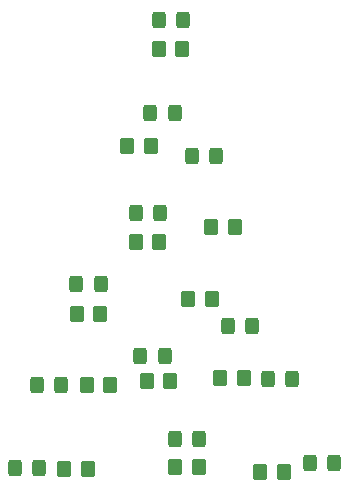
<source format=gtp>
G04 #@! TF.GenerationSoftware,KiCad,Pcbnew,(6.0.0)*
G04 #@! TF.CreationDate,2022-10-06T13:38:40+02:00*
G04 #@! TF.ProjectId,2.0,322e302e-6b69-4636-9164-5f7063625858,rev?*
G04 #@! TF.SameCoordinates,Original*
G04 #@! TF.FileFunction,Paste,Top*
G04 #@! TF.FilePolarity,Positive*
%FSLAX46Y46*%
G04 Gerber Fmt 4.6, Leading zero omitted, Abs format (unit mm)*
G04 Created by KiCad (PCBNEW (6.0.0)) date 2022-10-06 13:38:40*
%MOMM*%
%LPD*%
G01*
G04 APERTURE LIST*
G04 Aperture macros list*
%AMRoundRect*
0 Rectangle with rounded corners*
0 $1 Rounding radius*
0 $2 $3 $4 $5 $6 $7 $8 $9 X,Y pos of 4 corners*
0 Add a 4 corners polygon primitive as box body*
4,1,4,$2,$3,$4,$5,$6,$7,$8,$9,$2,$3,0*
0 Add four circle primitives for the rounded corners*
1,1,$1+$1,$2,$3*
1,1,$1+$1,$4,$5*
1,1,$1+$1,$6,$7*
1,1,$1+$1,$8,$9*
0 Add four rect primitives between the rounded corners*
20,1,$1+$1,$2,$3,$4,$5,0*
20,1,$1+$1,$4,$5,$6,$7,0*
20,1,$1+$1,$6,$7,$8,$9,0*
20,1,$1+$1,$8,$9,$2,$3,0*%
G04 Aperture macros list end*
%ADD10RoundRect,0.250000X-0.325000X-0.450000X0.325000X-0.450000X0.325000X0.450000X-0.325000X0.450000X0*%
%ADD11RoundRect,0.250000X-0.350000X-0.450000X0.350000X-0.450000X0.350000X0.450000X-0.350000X0.450000X0*%
G04 APERTURE END LIST*
D10*
X179668060Y-81252060D03*
X181718060Y-81252060D03*
X178931460Y-89136220D03*
X180981460Y-89136220D03*
X182459520Y-92796360D03*
X184509520Y-92796360D03*
X177702100Y-97642680D03*
X179752100Y-97642680D03*
X172657660Y-103675180D03*
X174707660Y-103675180D03*
X185469420Y-107188000D03*
X187519420Y-107188000D03*
X178072940Y-109700060D03*
X180122940Y-109700060D03*
X169322640Y-112217200D03*
X171372640Y-112217200D03*
X180971080Y-116733320D03*
X183021080Y-116733320D03*
X188894500Y-111676180D03*
X190944500Y-111676180D03*
X167470980Y-119240300D03*
X169520980Y-119240300D03*
X192435260Y-118785640D03*
X194485260Y-118785640D03*
D11*
X179619400Y-83748880D03*
X181619400Y-83748880D03*
X176985420Y-91958160D03*
X178985420Y-91958160D03*
X184061860Y-98785680D03*
X186061860Y-98785680D03*
X177681380Y-100045520D03*
X179681380Y-100045520D03*
X172682660Y-106156760D03*
X174682660Y-106156760D03*
X182139080Y-104935020D03*
X184139080Y-104935020D03*
X178611020Y-111846360D03*
X180611020Y-111846360D03*
X173524160Y-112176560D03*
X175524160Y-112176560D03*
X181011320Y-119110760D03*
X183011320Y-119110760D03*
X184844180Y-111597440D03*
X186844180Y-111597440D03*
X171610020Y-119278400D03*
X173610020Y-119278400D03*
X188219840Y-119560340D03*
X190219840Y-119560340D03*
M02*

</source>
